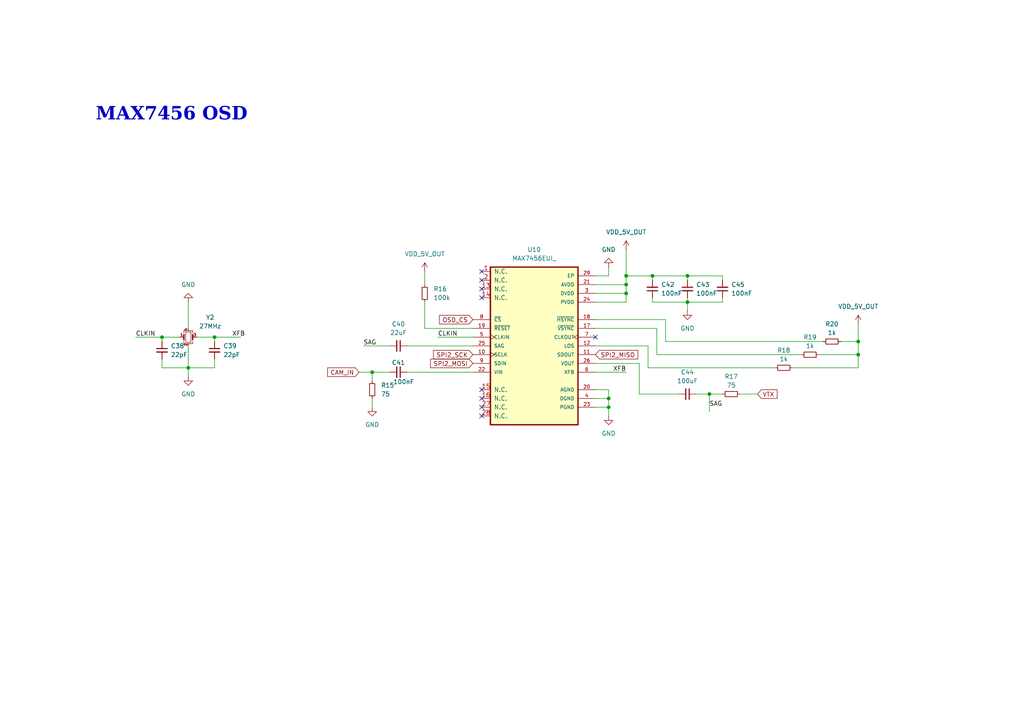
<source format=kicad_sch>
(kicad_sch (version 20250114) (generator "eeschema") (generator_version "9.0")
  (paper "A4")
  (lib_symbols
    (symbol "Device:C_Small" (pin_numbers (hide yes)) (pin_names (offset 0.254) (hide yes))
      (property "Reference" "C" (at 0.254 1.778 0))
      (property "Value" "C_Small" (at 0.254 -2.032 0))
      (symbol "C_Small_0_1"
        (polyline (pts (xy -1.524 0.508) (xy 1.524 0.508)) (stroke (width 0.3048)))
        (polyline (pts (xy -1.524 -0.508) (xy 1.524 -0.508)) (stroke (width 0.3302)))
      )
      (symbol "C_Small_1_1"
        (pin passive line (at 0 2.54 270) (length 2.032) (name "~") (number "1"))
        (pin passive line (at 0 -2.54 90) (length 2.032) (name "~") (number "2"))
      )
    )
    (symbol "Device:Crystal_GND24_Small" (pin_names (offset 1.016) (hide yes))
      (property "Reference" "Y" (at 1.27 4.445 0))
      (property "Value" "Crystal_GND24_Small" (at 1.27 2.54 0))
      (symbol "Crystal_GND24_Small_0_1"
        (polyline (pts (xy -1.27 1.27) (xy -1.27 1.905) (xy 1.27 1.905) (xy 1.27 1.27)))
        (polyline (pts (xy -1.27 -0.762) (xy -1.27 0.762)) (stroke (width 0.381)))
        (polyline (pts (xy -1.27 -1.27) (xy -1.27 -1.905) (xy 1.27 -1.905) (xy 1.27 -1.27)))
        (rectangle (start -0.762 -1.524) (end 0.762 1.524))
        (polyline (pts (xy 1.27 -0.762) (xy 1.27 0.762)) (stroke (width 0.381)))
      )
      (symbol "Crystal_GND24_Small_1_1"
        (pin passive line (at -2.54 0 0) (length 1.27) (name "1") (number "1"))
        (pin passive line (at 0 2.54 270) (length 0.635) (name "4") (number "4"))
        (pin passive line (at 0 -2.54 90) (length 0.635) (name "2") (number "2"))
        (pin passive line (at 2.54 0 180) (length 1.27) (name "3") (number "3"))
      )
    )
    (symbol "Device:R_Small" (pin_numbers (hide yes)) (pin_names (offset 0.254) (hide yes))
      (property "Reference" "R" (at 0.762 0.508 0))
      (property "Value" "R_Small" (at 0.762 -1.016 0))
      (symbol "R_Small_0_1"
        (rectangle (start -0.762 1.778) (end 0.762 -1.778) (stroke (width 0.2032)))
      )
      (symbol "R_Small_1_1"
        (pin passive line (at 0 2.54 270) (length 0.762) (name "~") (number "1"))
        (pin passive line (at 0 -2.54 90) (length 0.762) (name "~") (number "2"))
      )
    )
    (symbol "MAX7456EUI_:MAX7456EUI_" (pin_names (offset 1.016))
      (property "Reference" "U11" (at 0 27.94 0))
      (property "Value" "MAX7456EUI_" (at 0 25.4 0))
      (symbol "MAX7456EUI__0_0"
        (rectangle (start -12.7 -22.86) (end 12.7 22.86) (stroke (width 0.41)) (fill (type background)))
        (pin input line (at -17.78 7.62 0) (length 5.08) (name "~{CS}") (number "8"))
        (pin input line (at -17.78 5.08 0) (length 5.08) (name "~{RESET}") (number "19"))
        (pin input clock (at -17.78 2.54 0) (length 5.08) (name "CLKIN") (number "5"))
        (pin input line (at -17.78 0 0) (length 5.08) (name "SAG") (number "25"))
        (pin input clock (at -17.78 -2.54 0) (length 5.08) (name "SCLK") (number "10"))
        (pin input line (at -17.78 -5.08 0) (length 5.08) (name "SDIN") (number "9"))
        (pin input line (at -17.78 -7.62 0) (length 5.08) (name "VIN") (number "22"))
        (pin power_in line (at 17.78 20.32 180) (length 5.08) (name "EP") (number "29"))
        (pin power_in line (at 17.78 17.78 180) (length 5.08) (name "AVDD") (number "21"))
        (pin power_in line (at 17.78 15.24 180) (length 5.08) (name "DVDD") (number "3"))
        (pin power_in line (at 17.78 12.7 180) (length 5.08) (name "PVDD") (number "24"))
        (pin output line (at 17.78 7.62 180) (length 5.08) (name "~{HSYNC}") (number "18"))
        (pin output line (at 17.78 5.08 180) (length 5.08) (name "~{VSYNC}") (number "17"))
        (pin output clock (at 17.78 2.54 180) (length 5.08) (name "CLKOUT") (number "7"))
        (pin output line (at 17.78 0 180) (length 5.08) (name "LOS") (number "12"))
        (pin output line (at 17.78 -2.54 180) (length 5.08) (name "SDOUT") (number "11"))
        (pin output line (at 17.78 -5.08 180) (length 5.08) (name "VOUT") (number "26"))
        (pin output line (at 17.78 -7.62 180) (length 5.08) (name "XFB") (number "6"))
        (pin power_in line (at 17.78 -12.7 180) (length 5.08) (name "AGND") (number "20"))
        (pin power_in line (at 17.78 -15.24 180) (length 5.08) (name "DGND") (number "4"))
        (pin power_in line (at 17.78 -17.78 180) (length 5.08) (name "PGND") (number "23"))
      )
      (symbol "MAX7456EUI__1_1"
        (pin input line (at -15.24 21.59 0) (length 2.54) (name "N.C.") (number "1"))
        (pin input line (at -15.24 19.05 0) (length 2.54) (name "N.C.") (number "2"))
        (pin input line (at -15.24 16.51 0) (length 2.54) (name "N.C.") (number "13"))
        (pin input line (at -15.24 13.97 0) (length 2.54) (name "N.C.") (number "14"))
        (pin input line (at -15.24 -12.7 0) (length 2.54) (name "N.C.") (number "15"))
        (pin input line (at -15.24 -15.24 0) (length 2.54) (name "N.C.") (number "16"))
        (pin input line (at -15.24 -17.78 0) (length 2.54) (name "N.C.") (number "27"))
        (pin input line (at -15.24 -20.32 0) (length 2.54) (name "N.C.") (number "28"))
      )
    )
    (symbol "power:GND" (power) (pin_numbers (hide yes)) (pin_names (offset 0) (hide yes))
      (property "Value" "GND" (at 0 -3.81 0))
      (symbol "GND_0_1"
        (polyline (pts (xy 0 0) (xy 0 -1.27) (xy 1.27 -1.27) (xy 0 -2.54) (xy -1.27 -1.27) (xy 0 -1.27)))
      )
      (symbol "GND_1_1"
        (pin power_in line (at 0 0 270) (length 0) (name "~") (number "1"))
      )
    )
    (symbol "power:VCC" (power) (pin_numbers (hide yes)) (pin_names (offset 0) (hide yes))
      (property "Value" "VCC" (at 0 3.556 0))
      (symbol "VCC_0_1"
        (polyline (pts (xy -0.762 1.27) (xy 0 2.54)))
        (polyline (pts (xy 0 2.54) (xy 0.762 1.27)))
        (polyline (pts (xy 0 0) (xy 0 2.54)))
      )
      (symbol "VCC_1_1"
        (pin power_in line (at 0 0 90) (length 0) (name "~") (number "1"))
      )
    )
  )
  (text "MAX7456 OSD" (at 49.784 34.29 0) (effects (font (size 3.81 3.81) (thickness 0.508) (bold yes))))
  (junction (at 189.23 80.01))
  (junction (at 176.53 118.11))
  (junction (at 248.92 99.06))
  (junction (at 181.61 80.01))
  (junction (at 199.39 87.63))
  (junction (at 176.53 115.57))
  (junction (at 62.23 97.79))
  (junction (at 199.39 80.01))
  (junction (at 46.99 97.79))
  (junction (at 181.61 85.09))
  (junction (at 54.61 106.68))
  (junction (at 107.95 107.95))
  (junction (at 181.61 82.55))
  (junction (at 248.92 102.87))
  (junction (at 205.74 114.3))
  (no_connect (at 172.72 97.79))
  (no_connect (at 139.7 118.11))
  (no_connect (at 139.7 120.65))
  (no_connect (at 139.7 78.74))
  (no_connect (at 139.7 115.57))
  (no_connect (at 139.7 113.03))
  (no_connect (at 139.7 83.82))
  (no_connect (at 139.7 81.28))
  (no_connect (at 139.7 86.36))
  (wire (pts (xy 209.55 80.01) (xy 199.39 80.01)))
  (wire (pts (xy 199.39 86.36) (xy 199.39 87.63)))
  (wire (pts (xy 205.74 114.3) (xy 209.55 114.3)))
  (wire (pts (xy 62.23 97.79) (xy 69.85 97.79)))
  (wire (pts (xy 137.16 95.25) (xy 123.19 95.25)))
  (wire (pts (xy 172.72 100.33) (xy 187.96 100.33)))
  (wire (pts (xy 187.96 106.68) (xy 224.79 106.68)))
  (wire (pts (xy 193.04 92.71) (xy 193.04 99.06)))
  (wire (pts (xy 172.72 82.55) (xy 181.61 82.55)))
  (wire (pts (xy 57.15 97.79) (xy 62.23 97.79)))
  (wire (pts (xy 189.23 81.28) (xy 189.23 80.01)))
  (wire (pts (xy 187.96 100.33) (xy 187.96 106.68)))
  (wire (pts (xy 229.87 106.68) (xy 248.92 106.68)))
  (wire (pts (xy 62.23 106.68) (xy 54.61 106.68)))
  (wire (pts (xy 176.53 80.01) (xy 176.53 77.47)))
  (wire (pts (xy 185.42 114.3) (xy 196.85 114.3)))
  (wire (pts (xy 127 97.79) (xy 137.16 97.79)))
  (wire (pts (xy 62.23 97.79) (xy 62.23 99.06)))
  (wire (pts (xy 107.95 107.95) (xy 104.14 107.95)))
  (wire (pts (xy 113.03 107.95) (xy 107.95 107.95)))
  (wire (pts (xy 46.99 97.79) (xy 46.99 99.06)))
  (wire (pts (xy 54.61 100.33) (xy 54.61 106.68)))
  (wire (pts (xy 54.61 87.63) (xy 54.61 95.25)))
  (wire (pts (xy 199.39 87.63) (xy 199.39 90.17)))
  (wire (pts (xy 46.99 106.68) (xy 46.99 104.14)))
  (wire (pts (xy 181.61 85.09) (xy 181.61 82.55)))
  (wire (pts (xy 54.61 106.68) (xy 54.61 109.22)))
  (wire (pts (xy 62.23 104.14) (xy 62.23 106.68)))
  (wire (pts (xy 105.41 100.33) (xy 113.03 100.33)))
  (wire (pts (xy 214.63 114.3) (xy 219.71 114.3)))
  (wire (pts (xy 181.61 80.01) (xy 189.23 80.01)))
  (wire (pts (xy 199.39 81.28) (xy 199.39 80.01)))
  (wire (pts (xy 172.72 105.41) (xy 185.42 105.41)))
  (wire (pts (xy 209.55 86.36) (xy 209.55 87.63)))
  (wire (pts (xy 172.72 85.09) (xy 181.61 85.09)))
  (wire (pts (xy 118.11 107.95) (xy 137.16 107.95)))
  (wire (pts (xy 172.72 118.11) (xy 176.53 118.11)))
  (wire (pts (xy 172.72 80.01) (xy 176.53 80.01)))
  (wire (pts (xy 172.72 92.71) (xy 193.04 92.71)))
  (wire (pts (xy 190.5 102.87) (xy 232.41 102.87)))
  (wire (pts (xy 189.23 87.63) (xy 199.39 87.63)))
  (wire (pts (xy 185.42 105.41) (xy 185.42 114.3)))
  (wire (pts (xy 172.72 95.25) (xy 190.5 95.25)))
  (wire (pts (xy 189.23 80.01) (xy 199.39 80.01)))
  (wire (pts (xy 193.04 99.06) (xy 238.76 99.06)))
  (wire (pts (xy 181.61 87.63) (xy 181.61 85.09)))
  (wire (pts (xy 176.53 115.57) (xy 176.53 118.11)))
  (wire (pts (xy 172.72 87.63) (xy 181.61 87.63)))
  (wire (pts (xy 52.07 97.79) (xy 46.99 97.79)))
  (wire (pts (xy 176.53 113.03) (xy 176.53 115.57)))
  (wire (pts (xy 248.92 99.06) (xy 243.84 99.06)))
  (wire (pts (xy 209.55 87.63) (xy 199.39 87.63)))
  (wire (pts (xy 181.61 80.01) (xy 181.61 82.55)))
  (wire (pts (xy 237.49 102.87) (xy 248.92 102.87)))
  (wire (pts (xy 172.72 115.57) (xy 176.53 115.57)))
  (wire (pts (xy 123.19 87.63) (xy 123.19 95.25)))
  (wire (pts (xy 201.93 114.3) (xy 205.74 114.3)))
  (wire (pts (xy 176.53 118.11) (xy 176.53 120.65)))
  (wire (pts (xy 205.74 114.3) (xy 205.74 119.38)))
  (wire (pts (xy 181.61 72.39) (xy 181.61 80.01)))
  (wire (pts (xy 248.92 99.06) (xy 248.92 102.87)))
  (wire (pts (xy 54.61 106.68) (xy 46.99 106.68)))
  (wire (pts (xy 118.11 100.33) (xy 137.16 100.33)))
  (wire (pts (xy 39.37 97.79) (xy 46.99 97.79)))
  (wire (pts (xy 123.19 78.74) (xy 123.19 82.55)))
  (wire (pts (xy 189.23 86.36) (xy 189.23 87.63)))
  (wire (pts (xy 172.72 107.95) (xy 181.61 107.95)))
  (wire (pts (xy 209.55 80.01) (xy 209.55 81.28)))
  (wire (pts (xy 248.92 106.68) (xy 248.92 102.87)))
  (wire (pts (xy 248.92 93.98) (xy 248.92 99.06)))
  (wire (pts (xy 190.5 95.25) (xy 190.5 102.87)))
  (wire (pts (xy 107.95 115.57) (xy 107.95 118.11)))
  (wire (pts (xy 172.72 113.03) (xy 176.53 113.03)))
  (wire (pts (xy 107.95 107.95) (xy 107.95 110.49)))
  (label "SAG" (at 205.74 118.11 0))
  (label "XFB" (at 67.31 97.79 0))
  (label "CLKIN" (at 39.37 97.79 0))
  (label "SAG" (at 105.41 100.33 0))
  (label "XFB" (at 177.8 107.95 0))
  (label "CLKIN" (at 127 97.79 0))
  (global_label "SPI2_MOSI" (shape input) (at 137.16 105.41 180) (property "Intersheetrefs" "${INTERSHEET_REFS}" (effects (hide yes))))
  (global_label "SPI2_MISO" (shape input) (at 172.72 102.87 0) (property "Intersheetrefs" "${INTERSHEET_REFS}" (effects (hide yes))))
  (global_label "OSD_CS" (shape input) (at 137.16 92.71 180) (property "Intersheetrefs" "${INTERSHEET_REFS}" (effects (hide yes))))
  (global_label "CAM_IN" (shape input) (at 104.14 107.95 180) (property "Intersheetrefs" "${INTERSHEET_REFS}" (effects (hide yes))))
  (global_label "SPI2_SCK" (shape input) (at 137.16 102.87 180) (property "Intersheetrefs" "${INTERSHEET_REFS}" (effects (hide yes))))
  (global_label "VTX" (shape input) (at 219.71 114.3 0) (property "Intersheetrefs" "${INTERSHEET_REFS}" (effects (hide yes))))
  (symbol (lib_id "Device:C_Small") (at 199.39 83.82 0) (unit 1)
    (property "Reference" "C43" (at 201.93 82.5562 0) (effects (justify left)))
    (property "Value" "100nF" (at 201.93 85.0962 0) (effects (justify left)))
    (property "Footprint" "Capacitor_SMD:C_0402_1005Metric" (effects (hide yes)))
    (property "Description" "Unpolarized capacitor, small symbol" (effects (hide yes)))
  )
  (symbol (lib_id "Device:C_Small") (at 46.99 101.6 0) (unit 1)
    (property "Reference" "C38" (at 49.53 100.3362 0) (effects (justify left)))
    (property "Value" "22pF" (at 49.53 102.8762 0) (effects (justify left)))
    (property "Footprint" "Capacitor_SMD:C_0402_1005Metric" (effects (hide yes)))
    (property "Description" "Unpolarized capacitor, small symbol" (effects (hide yes)))
  )
  (symbol (lib_id "power:GND") (at 54.61 87.63 180) (unit 1)
    (property "Reference" "#PWR067" (effects (hide yes)))
    (property "Value" "GND" (at 54.61 82.55 0))
    (property "Description" "Power symbol creates a global label with name \"GND\" , ground" (effects (hide yes)))
  )
  (symbol (lib_id "Device:R_Small") (at 227.33 106.68 270) (unit 1)
    (property "Reference" "R18" (at 227.33 101.6 90))
    (property "Value" "1k" (at 227.33 104.14 90))
    (property "Footprint" "Resistor_SMD:R_0402_1005Metric" (effects (hide yes)))
    (property "Description" "Resistor, small symbol" (effects (hide yes)))
  )
  (symbol (lib_id "Device:R_Small") (at 241.3 99.06 90) (unit 1)
    (property "Reference" "R20" (at 241.3 93.98 90))
    (property "Value" "1k" (at 241.3 96.52 90))
    (property "Footprint" "Resistor_SMD:R_0402_1005Metric" (effects (hide yes)))
    (property "Description" "Resistor, small symbol" (effects (hide yes)))
  )
  (symbol (lib_id "Device:C_Small") (at 209.55 83.82 180) (unit 1)
    (property "Reference" "C45" (at 212.09 82.5435 0) (effects (justify right)))
    (property "Value" "100nF" (at 212.09 85.0835 0) (effects (justify right)))
    (property "Footprint" "Capacitor_SMD:C_0402_1005Metric" (effects (hide yes)))
    (property "Description" "Unpolarized capacitor, small symbol" (effects (hide yes)))
  )
  (symbol (lib_id "Device:R_Small") (at 123.19 85.09 180) (unit 1)
    (property "Reference" "R16" (at 125.73 83.8199 0) (effects (justify right)))
    (property "Value" "100k" (at 125.73 86.3599 0) (effects (justify right)))
    (property "Footprint" "Resistor_SMD:R_0402_1005Metric" (effects (hide yes)))
    (property "Description" "Resistor, small symbol" (effects (hide yes)))
  )
  (symbol (lib_id "Device:R_Small") (at 107.95 113.03 180) (unit 1)
    (property "Reference" "R15" (at 110.49 111.7599 0) (effects (justify right)))
    (property "Value" "75" (at 110.49 114.2999 0) (effects (justify right)))
    (property "Footprint" "Resistor_SMD:R_0402_1005Metric" (effects (hide yes)))
    (property "Description" "Resistor, small symbol" (effects (hide yes)))
  )
  (symbol (lib_id "power:GND") (at 176.53 77.47 180) (unit 1)
    (property "Reference" "#PWR071" (effects (hide yes)))
    (property "Value" "GND" (at 176.53 72.39 0))
    (property "Description" "Power symbol creates a global label with name \"GND\" , ground" (effects (hide yes)))
  )
  (symbol (lib_id "MAX7456EUI_:MAX7456EUI_") (at 154.94 100.33 0) (unit 1)
    (property "Reference" "U10" (at 154.94 72.39 0))
    (property "Value" "MAX7456EUI_" (at 154.94 74.93 0))
    (property "Footprint" "MAX7456EUI_:SOP65P637X110-28N" (effects (hide yes)))
    (property "MF" "Analog Devices" (effects (hide yes)))
    (property "Package" "TSSOP-28 Maxim" (effects (hide yes)))
    (property "Price" "None" (effects (hide yes)))
    (property "MP" "MAX7456EUI" (effects (hide yes)))
    (property "Availability" "Not in stock" (effects (hide yes)))
  )
  (symbol (lib_id "Device:R_Small") (at 212.09 114.3 270) (unit 1)
    (property "Reference" "R17" (at 212.09 109.22 90))
    (property "Value" "75" (at 212.09 111.76 90))
    (property "Footprint" "Resistor_SMD:R_0402_1005Metric" (effects (hide yes)))
    (property "Description" "Resistor, small symbol" (effects (hide yes)))
  )
  (symbol (lib_id "power:GND") (at 199.39 90.17 0) (unit 1)
    (property "Reference" "#PWR074" (effects (hide yes)))
    (property "Value" "GND" (at 199.39 95.25 0))
    (property "Description" "Power symbol creates a global label with name \"GND\" , ground" (effects (hide yes)))
  )
  (symbol (lib_id "power:GND") (at 54.61 109.22 0) (unit 1)
    (property "Reference" "#PWR068" (effects (hide yes)))
    (property "Value" "GND" (at 54.61 114.3 0))
    (property "Description" "Power symbol creates a global label with name \"GND\" , ground" (effects (hide yes)))
  )
  (symbol (lib_id "Device:C_Small") (at 115.57 107.95 270) (unit 1)
    (property "Reference" "C41" (at 115.57 105.156 90))
    (property "Value" "100nF" (at 117.094 110.744 90))
    (property "Footprint" "Capacitor_SMD:C_0402_1005Metric" (effects (hide yes)))
    (property "Description" "Unpolarized capacitor, small symbol" (effects (hide yes)))
  )
  (symbol (lib_id "Device:Crystal_GND24_Small") (at 54.61 97.79 0) (unit 1)
    (property "Reference" "Y2" (at 60.96 92.0682 0))
    (property "Value" "27MHz" (at 60.96 94.6082 0))
    (property "Footprint" "Crystal:Crystal_SMD_SeikoEpson_FA238V-4Pin_3.2x2.5mm" (effects (hide yes)))
    (property "Description" "Four pin crystal, GND on pins 2 and 4, small symbol" (effects (hide yes)))
  )
  (symbol (lib_id "power:GND") (at 176.53 120.65 0) (unit 1)
    (property "Reference" "#PWR072" (effects (hide yes)))
    (property "Value" "GND" (at 176.53 125.73 0))
    (property "Description" "Power symbol creates a global label with name \"GND\" , ground" (effects (hide yes)))
  )
  (symbol (lib_id "power:VCC") (at 248.92 93.98 0) (unit 1)
    (property "Reference" "#PWR075" (effects (hide yes)))
    (property "Value" "VDD_5V_OUT" (at 248.92 88.9 0))
    (property "Description" "Power symbol creates a global label with name \"VCC\"" (effects (hide yes)))
  )
  (symbol (lib_id "power:VCC") (at 181.61 72.39 0) (unit 1)
    (property "Reference" "#PWR073" (effects (hide yes)))
    (property "Value" "VDD_5V_OUT" (at 181.61 67.31 0))
    (property "Description" "Power symbol creates a global label with name \"VCC\"" (effects (hide yes)))
  )
  (symbol (lib_id "power:VCC") (at 123.19 78.74 0) (unit 1)
    (property "Reference" "#PWR070" (effects (hide yes)))
    (property "Value" "VDD_5V_OUT" (at 123.19 73.66 0))
    (property "Description" "Power symbol creates a global label with name \"VCC\"" (effects (hide yes)))
  )
  (symbol (lib_id "Device:C_Small") (at 189.23 83.82 180) (unit 1)
    (property "Reference" "C42" (at 191.77 82.5435 0) (effects (justify right)))
    (property "Value" "100nF" (at 191.77 85.0835 0) (effects (justify right)))
    (property "Footprint" "Capacitor_SMD:C_0402_1005Metric" (effects (hide yes)))
    (property "Description" "Unpolarized capacitor, small symbol" (effects (hide yes)))
  )
  (symbol (lib_id "Device:C_Small") (at 199.39 114.3 270) (unit 1)
    (property "Reference" "C44" (at 199.3836 107.95 90))
    (property "Value" "100uF" (at 199.3836 110.49 90))
    (property "Footprint" "Capacitor_SMD:C_1210_3225Metric" (effects (hide yes)))
    (property "Description" "Unpolarized capacitor, small symbol" (effects (hide yes)))
  )
  (symbol (lib_id "power:GND") (at 107.95 118.11 0) (unit 1)
    (property "Reference" "#PWR069" (effects (hide yes)))
    (property "Value" "GND" (at 107.95 123.19 0))
    (property "Description" "Power symbol creates a global label with name \"GND\" , ground" (effects (hide yes)))
  )
  (symbol (lib_id "Device:R_Small") (at 234.95 102.87 270) (unit 1)
    (property "Reference" "R19" (at 234.95 97.79 90))
    (property "Value" "1k" (at 234.95 100.33 90))
    (property "Footprint" "Resistor_SMD:R_0402_1005Metric" (effects (hide yes)))
    (property "Description" "Resistor, small symbol" (effects (hide yes)))
  )
  (symbol (lib_id "Device:C_Small") (at 62.23 101.6 0) (unit 1)
    (property "Reference" "C39" (at 64.77 100.3362 0) (effects (justify left)))
    (property "Value" "22pF" (at 64.77 102.8762 0) (effects (justify left)))
    (property "Footprint" "Capacitor_SMD:C_0402_1005Metric" (effects (hide yes)))
    (property "Description" "Unpolarized capacitor, small symbol" (effects (hide yes)))
  )
  (symbol (lib_id "Device:C_Small") (at 115.57 100.33 270) (unit 1)
    (property "Reference" "C40" (at 115.5636 93.98 90))
    (property "Value" "22uF" (at 115.5636 96.52 90))
    (property "Footprint" "Capacitor_SMD:C_0805_2012Metric" (effects (hide yes)))
    (property "Description" "Unpolarized capacitor, small symbol" (effects (hide yes)))
  )
)
</source>
